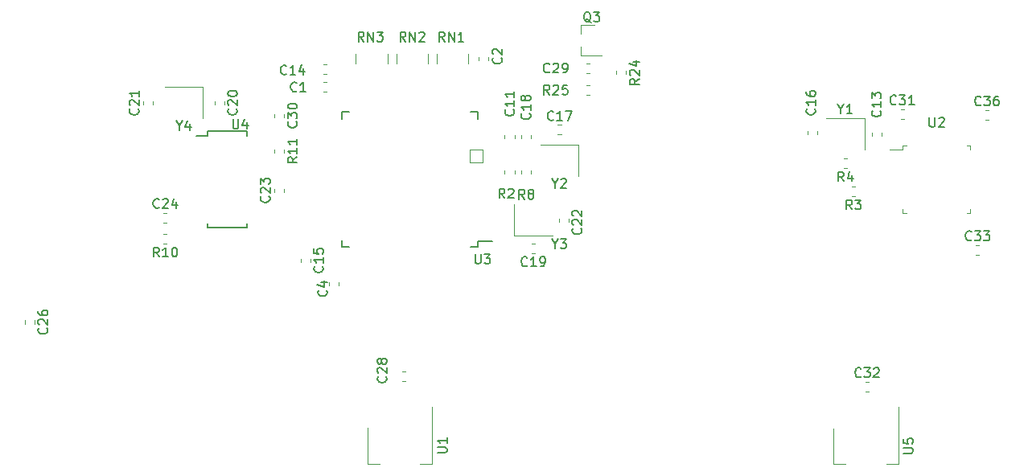
<source format=gbr>
G04 #@! TF.GenerationSoftware,KiCad,Pcbnew,(5.0.1)*
G04 #@! TF.CreationDate,2018-11-27T11:36:47+09:00*
G04 #@! TF.ProjectId,securehid,7365637572656869642E6B696361645F,rev?*
G04 #@! TF.SameCoordinates,Original*
G04 #@! TF.FileFunction,Legend,Top*
G04 #@! TF.FilePolarity,Positive*
%FSLAX46Y46*%
G04 Gerber Fmt 4.6, Leading zero omitted, Abs format (unit mm)*
G04 Created by KiCad (PCBNEW (5.0.1)) date Tue Nov 27 11:36:47 2018*
%MOMM*%
%LPD*%
G01*
G04 APERTURE LIST*
%ADD10C,0.120000*%
%ADD11C,0.150000*%
G04 APERTURE END LIST*
D10*
G04 #@! TO.C,C1*
X74971267Y-70690000D02*
X74628733Y-70690000D01*
X74971267Y-71710000D02*
X74628733Y-71710000D01*
G04 #@! TO.C,C2*
X90990000Y-68421267D02*
X90990000Y-68078733D01*
X92010000Y-68421267D02*
X92010000Y-68078733D01*
G04 #@! TO.C,C4*
X75240000Y-91828733D02*
X75240000Y-92171267D01*
X76260000Y-91828733D02*
X76260000Y-92171267D01*
G04 #@! TO.C,C11*
X94760000Y-76671267D02*
X94760000Y-76328733D01*
X93740000Y-76671267D02*
X93740000Y-76328733D01*
G04 #@! TO.C,C13*
X133410000Y-76371267D02*
X133410000Y-76028733D01*
X132390000Y-76371267D02*
X132390000Y-76028733D01*
G04 #@! TO.C,C14*
X74971267Y-69910000D02*
X74628733Y-69910000D01*
X74971267Y-68890000D02*
X74628733Y-68890000D01*
G04 #@! TO.C,C15*
X72240000Y-89328733D02*
X72240000Y-89671267D01*
X73260000Y-89328733D02*
X73260000Y-89671267D01*
G04 #@! TO.C,C16*
X126610000Y-75928733D02*
X126610000Y-76271267D01*
X125590000Y-75928733D02*
X125590000Y-76271267D01*
G04 #@! TO.C,C17*
X99328733Y-75240000D02*
X99671267Y-75240000D01*
X99328733Y-76260000D02*
X99671267Y-76260000D01*
G04 #@! TO.C,C18*
X95490000Y-76328733D02*
X95490000Y-76671267D01*
X96510000Y-76328733D02*
X96510000Y-76671267D01*
G04 #@! TO.C,C19*
X96921267Y-87740000D02*
X96578733Y-87740000D01*
X96921267Y-88760000D02*
X96578733Y-88760000D01*
G04 #@! TO.C,C20*
X63201221Y-72740795D02*
X63201221Y-73083329D01*
X64221221Y-72740795D02*
X64221221Y-73083329D01*
G04 #@! TO.C,C21*
X55701221Y-73083329D02*
X55701221Y-72740795D01*
X56721221Y-73083329D02*
X56721221Y-72740795D01*
G04 #@! TO.C,C22*
X99490000Y-85421267D02*
X99490000Y-85078733D01*
X100510000Y-85421267D02*
X100510000Y-85078733D01*
G04 #@! TO.C,C23*
X69490000Y-82296267D02*
X69490000Y-81953733D01*
X70510000Y-82296267D02*
X70510000Y-81953733D01*
G04 #@! TO.C,C24*
X57828733Y-85510000D02*
X58171267Y-85510000D01*
X57828733Y-84490000D02*
X58171267Y-84490000D01*
G04 #@! TO.C,C26*
X44260000Y-95828733D02*
X44260000Y-96171267D01*
X43240000Y-95828733D02*
X43240000Y-96171267D01*
G04 #@! TO.C,C28*
X83271267Y-102210000D02*
X82928733Y-102210000D01*
X83271267Y-101190000D02*
X82928733Y-101190000D01*
G04 #@! TO.C,C29*
X102678307Y-69822058D02*
X102335773Y-69822058D01*
X102678307Y-68802058D02*
X102335773Y-68802058D01*
G04 #@! TO.C,Q3*
X101747040Y-64732058D02*
X101747040Y-65662058D01*
X101747040Y-67892058D02*
X101747040Y-66962058D01*
X101747040Y-67892058D02*
X103907040Y-67892058D01*
X101747040Y-64732058D02*
X103207040Y-64732058D01*
G04 #@! TO.C,R2*
X94760000Y-80421267D02*
X94760000Y-80078733D01*
X93740000Y-80421267D02*
X93740000Y-80078733D01*
G04 #@! TO.C,R3*
X130621267Y-81740000D02*
X130278733Y-81740000D01*
X130621267Y-82760000D02*
X130278733Y-82760000D01*
G04 #@! TO.C,R4*
X129771267Y-79810000D02*
X129428733Y-79810000D01*
X129771267Y-78790000D02*
X129428733Y-78790000D01*
G04 #@! TO.C,R8*
X95490000Y-80421267D02*
X95490000Y-80078733D01*
X96510000Y-80421267D02*
X96510000Y-80078733D01*
G04 #@! TO.C,R10*
X58171267Y-87760000D02*
X57828733Y-87760000D01*
X58171267Y-86740000D02*
X57828733Y-86740000D01*
G04 #@! TO.C,R11*
X69490000Y-77828733D02*
X69490000Y-78171267D01*
X70510000Y-77828733D02*
X70510000Y-78171267D01*
G04 #@! TO.C,R24*
X106510000Y-69578733D02*
X106510000Y-69921267D01*
X105490000Y-69578733D02*
X105490000Y-69921267D01*
G04 #@! TO.C,R25*
X102335773Y-71052058D02*
X102678307Y-71052058D01*
X102335773Y-72072058D02*
X102678307Y-72072058D01*
G04 #@! TO.C,RN1*
X86570000Y-68750000D02*
X86570000Y-67750000D01*
X89930000Y-68750000D02*
X89930000Y-67750000D01*
G04 #@! TO.C,RN2*
X85680000Y-68750000D02*
X85680000Y-67750000D01*
X82320000Y-68750000D02*
X82320000Y-67750000D01*
G04 #@! TO.C,RN3*
X78070000Y-68750000D02*
X78070000Y-67750000D01*
X81430000Y-68750000D02*
X81430000Y-67750000D01*
G04 #@! TO.C,U1*
X79290000Y-110910000D02*
X80550000Y-110910000D01*
X86110000Y-110910000D02*
X84850000Y-110910000D01*
X79290000Y-107150000D02*
X79290000Y-110910000D01*
X86110000Y-104900000D02*
X86110000Y-110910000D01*
G04 #@! TO.C,U2*
X142760000Y-77440000D02*
X142760000Y-77860000D01*
X142760000Y-84560000D02*
X142760000Y-84140000D01*
X135640000Y-84560000D02*
X135640000Y-84140000D01*
X135640000Y-77440000D02*
X136060000Y-77440000D01*
X142760000Y-84560000D02*
X142340000Y-84560000D01*
X142760000Y-77440000D02*
X142340000Y-77440000D01*
X135640000Y-77860000D02*
X134260000Y-77860000D01*
X135640000Y-77440000D02*
X135640000Y-77860000D01*
X135640000Y-84560000D02*
X136060000Y-84560000D01*
D11*
G04 #@! TO.C,U3*
X90875000Y-88125000D02*
X90875000Y-87475000D01*
X76625000Y-88125000D02*
X76625000Y-87365000D01*
X76625000Y-73875000D02*
X76625000Y-74635000D01*
X90875000Y-73875000D02*
X90875000Y-74635000D01*
X90875000Y-88125000D02*
X90115000Y-88125000D01*
X90875000Y-73875000D02*
X90115000Y-73875000D01*
X76625000Y-73875000D02*
X77385000Y-73875000D01*
X76625000Y-88125000D02*
X77385000Y-88125000D01*
X90875000Y-87475000D02*
X92400000Y-87475000D01*
G04 #@! TO.C,U4*
X62425000Y-75920000D02*
X62425000Y-76400000D01*
X66575000Y-75920000D02*
X66575000Y-76400000D01*
X66575000Y-86080000D02*
X66575000Y-85600000D01*
X62425000Y-86080000D02*
X62425000Y-85600000D01*
X62425000Y-75920000D02*
X66575000Y-75920000D01*
X62425000Y-86080000D02*
X66575000Y-86080000D01*
X62425000Y-76400000D02*
X61300000Y-76400000D01*
D10*
G04 #@! TO.C,Y1*
X131600000Y-77850000D02*
X131600000Y-74550000D01*
X131600000Y-74550000D02*
X127600000Y-74550000D01*
G04 #@! TO.C,Y2*
X101500000Y-77350000D02*
X97500000Y-77350000D01*
X101500000Y-80650000D02*
X101500000Y-77350000D01*
G04 #@! TO.C,Y3*
X94750000Y-86900000D02*
X98750000Y-86900000D01*
X94750000Y-83600000D02*
X94750000Y-86900000D01*
G04 #@! TO.C,Y4*
X61961221Y-74562062D02*
X61961221Y-71262062D01*
X61961221Y-71262062D02*
X57961221Y-71262062D01*
G04 #@! TO.C,TP58*
X90050000Y-79200000D02*
X90050000Y-77800000D01*
X91450000Y-79200000D02*
X90050000Y-79200000D01*
X91450000Y-77800000D02*
X91450000Y-79200000D01*
X90050000Y-77800000D02*
X91450000Y-77800000D01*
G04 #@! TO.C,C30*
X70510000Y-74078733D02*
X70510000Y-74421267D01*
X69490000Y-74078733D02*
X69490000Y-74421267D01*
G04 #@! TO.C,C32*
X131703733Y-102290000D02*
X132046267Y-102290000D01*
X131703733Y-103310000D02*
X132046267Y-103310000D01*
G04 #@! TO.C,C33*
X143328733Y-87890000D02*
X143671267Y-87890000D01*
X143328733Y-88910000D02*
X143671267Y-88910000D01*
G04 #@! TO.C,U5*
X128340000Y-110960000D02*
X129600000Y-110960000D01*
X135160000Y-110960000D02*
X133900000Y-110960000D01*
X128340000Y-107200000D02*
X128340000Y-110960000D01*
X135160000Y-104950000D02*
X135160000Y-110960000D01*
G04 #@! TO.C,C31*
X135403733Y-73590000D02*
X135746267Y-73590000D01*
X135403733Y-74610000D02*
X135746267Y-74610000D01*
G04 #@! TO.C,C36*
X144328733Y-73690000D02*
X144671267Y-73690000D01*
X144328733Y-74710000D02*
X144671267Y-74710000D01*
G04 #@! TO.C,C1*
D11*
X71833333Y-71657142D02*
X71785714Y-71704761D01*
X71642857Y-71752380D01*
X71547619Y-71752380D01*
X71404761Y-71704761D01*
X71309523Y-71609523D01*
X71261904Y-71514285D01*
X71214285Y-71323809D01*
X71214285Y-71180952D01*
X71261904Y-70990476D01*
X71309523Y-70895238D01*
X71404761Y-70800000D01*
X71547619Y-70752380D01*
X71642857Y-70752380D01*
X71785714Y-70800000D01*
X71833333Y-70847619D01*
X72785714Y-71752380D02*
X72214285Y-71752380D01*
X72500000Y-71752380D02*
X72500000Y-70752380D01*
X72404761Y-70895238D01*
X72309523Y-70990476D01*
X72214285Y-71038095D01*
G04 #@! TO.C,C2*
X93357142Y-68166666D02*
X93404761Y-68214285D01*
X93452380Y-68357142D01*
X93452380Y-68452380D01*
X93404761Y-68595238D01*
X93309523Y-68690476D01*
X93214285Y-68738095D01*
X93023809Y-68785714D01*
X92880952Y-68785714D01*
X92690476Y-68738095D01*
X92595238Y-68690476D01*
X92500000Y-68595238D01*
X92452380Y-68452380D01*
X92452380Y-68357142D01*
X92500000Y-68214285D01*
X92547619Y-68166666D01*
X92547619Y-67785714D02*
X92500000Y-67738095D01*
X92452380Y-67642857D01*
X92452380Y-67404761D01*
X92500000Y-67309523D01*
X92547619Y-67261904D01*
X92642857Y-67214285D01*
X92738095Y-67214285D01*
X92880952Y-67261904D01*
X93452380Y-67833333D01*
X93452380Y-67214285D01*
G04 #@! TO.C,C4*
X74957142Y-92666666D02*
X75004761Y-92714285D01*
X75052380Y-92857142D01*
X75052380Y-92952380D01*
X75004761Y-93095238D01*
X74909523Y-93190476D01*
X74814285Y-93238095D01*
X74623809Y-93285714D01*
X74480952Y-93285714D01*
X74290476Y-93238095D01*
X74195238Y-93190476D01*
X74100000Y-93095238D01*
X74052380Y-92952380D01*
X74052380Y-92857142D01*
X74100000Y-92714285D01*
X74147619Y-92666666D01*
X74385714Y-91809523D02*
X75052380Y-91809523D01*
X74004761Y-92047619D02*
X74719047Y-92285714D01*
X74719047Y-91666666D01*
G04 #@! TO.C,C11*
X94657142Y-73642857D02*
X94704761Y-73690476D01*
X94752380Y-73833333D01*
X94752380Y-73928571D01*
X94704761Y-74071428D01*
X94609523Y-74166666D01*
X94514285Y-74214285D01*
X94323809Y-74261904D01*
X94180952Y-74261904D01*
X93990476Y-74214285D01*
X93895238Y-74166666D01*
X93800000Y-74071428D01*
X93752380Y-73928571D01*
X93752380Y-73833333D01*
X93800000Y-73690476D01*
X93847619Y-73642857D01*
X94752380Y-72690476D02*
X94752380Y-73261904D01*
X94752380Y-72976190D02*
X93752380Y-72976190D01*
X93895238Y-73071428D01*
X93990476Y-73166666D01*
X94038095Y-73261904D01*
X94752380Y-71738095D02*
X94752380Y-72309523D01*
X94752380Y-72023809D02*
X93752380Y-72023809D01*
X93895238Y-72119047D01*
X93990476Y-72214285D01*
X94038095Y-72309523D01*
G04 #@! TO.C,C13*
X133257142Y-73742857D02*
X133304761Y-73790476D01*
X133352380Y-73933333D01*
X133352380Y-74028571D01*
X133304761Y-74171428D01*
X133209523Y-74266666D01*
X133114285Y-74314285D01*
X132923809Y-74361904D01*
X132780952Y-74361904D01*
X132590476Y-74314285D01*
X132495238Y-74266666D01*
X132400000Y-74171428D01*
X132352380Y-74028571D01*
X132352380Y-73933333D01*
X132400000Y-73790476D01*
X132447619Y-73742857D01*
X133352380Y-72790476D02*
X133352380Y-73361904D01*
X133352380Y-73076190D02*
X132352380Y-73076190D01*
X132495238Y-73171428D01*
X132590476Y-73266666D01*
X132638095Y-73361904D01*
X132352380Y-72457142D02*
X132352380Y-71838095D01*
X132733333Y-72171428D01*
X132733333Y-72028571D01*
X132780952Y-71933333D01*
X132828571Y-71885714D01*
X132923809Y-71838095D01*
X133161904Y-71838095D01*
X133257142Y-71885714D01*
X133304761Y-71933333D01*
X133352380Y-72028571D01*
X133352380Y-72314285D01*
X133304761Y-72409523D01*
X133257142Y-72457142D01*
G04 #@! TO.C,C14*
X70757142Y-69857142D02*
X70709523Y-69904761D01*
X70566666Y-69952380D01*
X70471428Y-69952380D01*
X70328571Y-69904761D01*
X70233333Y-69809523D01*
X70185714Y-69714285D01*
X70138095Y-69523809D01*
X70138095Y-69380952D01*
X70185714Y-69190476D01*
X70233333Y-69095238D01*
X70328571Y-69000000D01*
X70471428Y-68952380D01*
X70566666Y-68952380D01*
X70709523Y-69000000D01*
X70757142Y-69047619D01*
X71709523Y-69952380D02*
X71138095Y-69952380D01*
X71423809Y-69952380D02*
X71423809Y-68952380D01*
X71328571Y-69095238D01*
X71233333Y-69190476D01*
X71138095Y-69238095D01*
X72566666Y-69285714D02*
X72566666Y-69952380D01*
X72328571Y-68904761D02*
X72090476Y-69619047D01*
X72709523Y-69619047D01*
G04 #@! TO.C,C15*
X74537142Y-90142857D02*
X74584761Y-90190476D01*
X74632380Y-90333333D01*
X74632380Y-90428571D01*
X74584761Y-90571428D01*
X74489523Y-90666666D01*
X74394285Y-90714285D01*
X74203809Y-90761904D01*
X74060952Y-90761904D01*
X73870476Y-90714285D01*
X73775238Y-90666666D01*
X73680000Y-90571428D01*
X73632380Y-90428571D01*
X73632380Y-90333333D01*
X73680000Y-90190476D01*
X73727619Y-90142857D01*
X74632380Y-89190476D02*
X74632380Y-89761904D01*
X74632380Y-89476190D02*
X73632380Y-89476190D01*
X73775238Y-89571428D01*
X73870476Y-89666666D01*
X73918095Y-89761904D01*
X73632380Y-88285714D02*
X73632380Y-88761904D01*
X74108571Y-88809523D01*
X74060952Y-88761904D01*
X74013333Y-88666666D01*
X74013333Y-88428571D01*
X74060952Y-88333333D01*
X74108571Y-88285714D01*
X74203809Y-88238095D01*
X74441904Y-88238095D01*
X74537142Y-88285714D01*
X74584761Y-88333333D01*
X74632380Y-88428571D01*
X74632380Y-88666666D01*
X74584761Y-88761904D01*
X74537142Y-88809523D01*
G04 #@! TO.C,C16*
X126357142Y-73542857D02*
X126404761Y-73590476D01*
X126452380Y-73733333D01*
X126452380Y-73828571D01*
X126404761Y-73971428D01*
X126309523Y-74066666D01*
X126214285Y-74114285D01*
X126023809Y-74161904D01*
X125880952Y-74161904D01*
X125690476Y-74114285D01*
X125595238Y-74066666D01*
X125500000Y-73971428D01*
X125452380Y-73828571D01*
X125452380Y-73733333D01*
X125500000Y-73590476D01*
X125547619Y-73542857D01*
X126452380Y-72590476D02*
X126452380Y-73161904D01*
X126452380Y-72876190D02*
X125452380Y-72876190D01*
X125595238Y-72971428D01*
X125690476Y-73066666D01*
X125738095Y-73161904D01*
X125452380Y-71733333D02*
X125452380Y-71923809D01*
X125500000Y-72019047D01*
X125547619Y-72066666D01*
X125690476Y-72161904D01*
X125880952Y-72209523D01*
X126261904Y-72209523D01*
X126357142Y-72161904D01*
X126404761Y-72114285D01*
X126452380Y-72019047D01*
X126452380Y-71828571D01*
X126404761Y-71733333D01*
X126357142Y-71685714D01*
X126261904Y-71638095D01*
X126023809Y-71638095D01*
X125928571Y-71685714D01*
X125880952Y-71733333D01*
X125833333Y-71828571D01*
X125833333Y-72019047D01*
X125880952Y-72114285D01*
X125928571Y-72161904D01*
X126023809Y-72209523D01*
G04 #@! TO.C,C17*
X98857142Y-74677142D02*
X98809523Y-74724761D01*
X98666666Y-74772380D01*
X98571428Y-74772380D01*
X98428571Y-74724761D01*
X98333333Y-74629523D01*
X98285714Y-74534285D01*
X98238095Y-74343809D01*
X98238095Y-74200952D01*
X98285714Y-74010476D01*
X98333333Y-73915238D01*
X98428571Y-73820000D01*
X98571428Y-73772380D01*
X98666666Y-73772380D01*
X98809523Y-73820000D01*
X98857142Y-73867619D01*
X99809523Y-74772380D02*
X99238095Y-74772380D01*
X99523809Y-74772380D02*
X99523809Y-73772380D01*
X99428571Y-73915238D01*
X99333333Y-74010476D01*
X99238095Y-74058095D01*
X100142857Y-73772380D02*
X100809523Y-73772380D01*
X100380952Y-74772380D01*
G04 #@! TO.C,C18*
X96357142Y-74042857D02*
X96404761Y-74090476D01*
X96452380Y-74233333D01*
X96452380Y-74328571D01*
X96404761Y-74471428D01*
X96309523Y-74566666D01*
X96214285Y-74614285D01*
X96023809Y-74661904D01*
X95880952Y-74661904D01*
X95690476Y-74614285D01*
X95595238Y-74566666D01*
X95500000Y-74471428D01*
X95452380Y-74328571D01*
X95452380Y-74233333D01*
X95500000Y-74090476D01*
X95547619Y-74042857D01*
X96452380Y-73090476D02*
X96452380Y-73661904D01*
X96452380Y-73376190D02*
X95452380Y-73376190D01*
X95595238Y-73471428D01*
X95690476Y-73566666D01*
X95738095Y-73661904D01*
X95880952Y-72519047D02*
X95833333Y-72614285D01*
X95785714Y-72661904D01*
X95690476Y-72709523D01*
X95642857Y-72709523D01*
X95547619Y-72661904D01*
X95500000Y-72614285D01*
X95452380Y-72519047D01*
X95452380Y-72328571D01*
X95500000Y-72233333D01*
X95547619Y-72185714D01*
X95642857Y-72138095D01*
X95690476Y-72138095D01*
X95785714Y-72185714D01*
X95833333Y-72233333D01*
X95880952Y-72328571D01*
X95880952Y-72519047D01*
X95928571Y-72614285D01*
X95976190Y-72661904D01*
X96071428Y-72709523D01*
X96261904Y-72709523D01*
X96357142Y-72661904D01*
X96404761Y-72614285D01*
X96452380Y-72519047D01*
X96452380Y-72328571D01*
X96404761Y-72233333D01*
X96357142Y-72185714D01*
X96261904Y-72138095D01*
X96071428Y-72138095D01*
X95976190Y-72185714D01*
X95928571Y-72233333D01*
X95880952Y-72328571D01*
G04 #@! TO.C,C19*
X96107142Y-90037142D02*
X96059523Y-90084761D01*
X95916666Y-90132380D01*
X95821428Y-90132380D01*
X95678571Y-90084761D01*
X95583333Y-89989523D01*
X95535714Y-89894285D01*
X95488095Y-89703809D01*
X95488095Y-89560952D01*
X95535714Y-89370476D01*
X95583333Y-89275238D01*
X95678571Y-89180000D01*
X95821428Y-89132380D01*
X95916666Y-89132380D01*
X96059523Y-89180000D01*
X96107142Y-89227619D01*
X97059523Y-90132380D02*
X96488095Y-90132380D01*
X96773809Y-90132380D02*
X96773809Y-89132380D01*
X96678571Y-89275238D01*
X96583333Y-89370476D01*
X96488095Y-89418095D01*
X97535714Y-90132380D02*
X97726190Y-90132380D01*
X97821428Y-90084761D01*
X97869047Y-90037142D01*
X97964285Y-89894285D01*
X98011904Y-89703809D01*
X98011904Y-89322857D01*
X97964285Y-89227619D01*
X97916666Y-89180000D01*
X97821428Y-89132380D01*
X97630952Y-89132380D01*
X97535714Y-89180000D01*
X97488095Y-89227619D01*
X97440476Y-89322857D01*
X97440476Y-89560952D01*
X97488095Y-89656190D01*
X97535714Y-89703809D01*
X97630952Y-89751428D01*
X97821428Y-89751428D01*
X97916666Y-89703809D01*
X97964285Y-89656190D01*
X98011904Y-89560952D01*
G04 #@! TO.C,C20*
X65498363Y-73554919D02*
X65545982Y-73602538D01*
X65593601Y-73745395D01*
X65593601Y-73840633D01*
X65545982Y-73983490D01*
X65450744Y-74078728D01*
X65355506Y-74126347D01*
X65165030Y-74173966D01*
X65022173Y-74173966D01*
X64831697Y-74126347D01*
X64736459Y-74078728D01*
X64641221Y-73983490D01*
X64593601Y-73840633D01*
X64593601Y-73745395D01*
X64641221Y-73602538D01*
X64688840Y-73554919D01*
X64688840Y-73173966D02*
X64641221Y-73126347D01*
X64593601Y-73031109D01*
X64593601Y-72793014D01*
X64641221Y-72697776D01*
X64688840Y-72650157D01*
X64784078Y-72602538D01*
X64879316Y-72602538D01*
X65022173Y-72650157D01*
X65593601Y-73221585D01*
X65593601Y-72602538D01*
X64593601Y-71983490D02*
X64593601Y-71888252D01*
X64641221Y-71793014D01*
X64688840Y-71745395D01*
X64784078Y-71697776D01*
X64974554Y-71650157D01*
X65212649Y-71650157D01*
X65403125Y-71697776D01*
X65498363Y-71745395D01*
X65545982Y-71793014D01*
X65593601Y-71888252D01*
X65593601Y-71983490D01*
X65545982Y-72078728D01*
X65498363Y-72126347D01*
X65403125Y-72173966D01*
X65212649Y-72221585D01*
X64974554Y-72221585D01*
X64784078Y-72173966D01*
X64688840Y-72126347D01*
X64641221Y-72078728D01*
X64593601Y-71983490D01*
G04 #@! TO.C,C21*
X55138363Y-73554919D02*
X55185982Y-73602538D01*
X55233601Y-73745395D01*
X55233601Y-73840633D01*
X55185982Y-73983490D01*
X55090744Y-74078728D01*
X54995506Y-74126347D01*
X54805030Y-74173966D01*
X54662173Y-74173966D01*
X54471697Y-74126347D01*
X54376459Y-74078728D01*
X54281221Y-73983490D01*
X54233601Y-73840633D01*
X54233601Y-73745395D01*
X54281221Y-73602538D01*
X54328840Y-73554919D01*
X54328840Y-73173966D02*
X54281221Y-73126347D01*
X54233601Y-73031109D01*
X54233601Y-72793014D01*
X54281221Y-72697776D01*
X54328840Y-72650157D01*
X54424078Y-72602538D01*
X54519316Y-72602538D01*
X54662173Y-72650157D01*
X55233601Y-73221585D01*
X55233601Y-72602538D01*
X55233601Y-71650157D02*
X55233601Y-72221585D01*
X55233601Y-71935871D02*
X54233601Y-71935871D01*
X54376459Y-72031109D01*
X54471697Y-72126347D01*
X54519316Y-72221585D01*
G04 #@! TO.C,C22*
X101757142Y-86142857D02*
X101804761Y-86190476D01*
X101852380Y-86333333D01*
X101852380Y-86428571D01*
X101804761Y-86571428D01*
X101709523Y-86666666D01*
X101614285Y-86714285D01*
X101423809Y-86761904D01*
X101280952Y-86761904D01*
X101090476Y-86714285D01*
X100995238Y-86666666D01*
X100900000Y-86571428D01*
X100852380Y-86428571D01*
X100852380Y-86333333D01*
X100900000Y-86190476D01*
X100947619Y-86142857D01*
X100947619Y-85761904D02*
X100900000Y-85714285D01*
X100852380Y-85619047D01*
X100852380Y-85380952D01*
X100900000Y-85285714D01*
X100947619Y-85238095D01*
X101042857Y-85190476D01*
X101138095Y-85190476D01*
X101280952Y-85238095D01*
X101852380Y-85809523D01*
X101852380Y-85190476D01*
X100947619Y-84809523D02*
X100900000Y-84761904D01*
X100852380Y-84666666D01*
X100852380Y-84428571D01*
X100900000Y-84333333D01*
X100947619Y-84285714D01*
X101042857Y-84238095D01*
X101138095Y-84238095D01*
X101280952Y-84285714D01*
X101852380Y-84857142D01*
X101852380Y-84238095D01*
G04 #@! TO.C,C23*
X68927142Y-82767857D02*
X68974761Y-82815476D01*
X69022380Y-82958333D01*
X69022380Y-83053571D01*
X68974761Y-83196428D01*
X68879523Y-83291666D01*
X68784285Y-83339285D01*
X68593809Y-83386904D01*
X68450952Y-83386904D01*
X68260476Y-83339285D01*
X68165238Y-83291666D01*
X68070000Y-83196428D01*
X68022380Y-83053571D01*
X68022380Y-82958333D01*
X68070000Y-82815476D01*
X68117619Y-82767857D01*
X68117619Y-82386904D02*
X68070000Y-82339285D01*
X68022380Y-82244047D01*
X68022380Y-82005952D01*
X68070000Y-81910714D01*
X68117619Y-81863095D01*
X68212857Y-81815476D01*
X68308095Y-81815476D01*
X68450952Y-81863095D01*
X69022380Y-82434523D01*
X69022380Y-81815476D01*
X68022380Y-81482142D02*
X68022380Y-80863095D01*
X68403333Y-81196428D01*
X68403333Y-81053571D01*
X68450952Y-80958333D01*
X68498571Y-80910714D01*
X68593809Y-80863095D01*
X68831904Y-80863095D01*
X68927142Y-80910714D01*
X68974761Y-80958333D01*
X69022380Y-81053571D01*
X69022380Y-81339285D01*
X68974761Y-81434523D01*
X68927142Y-81482142D01*
G04 #@! TO.C,C24*
X57357142Y-83927142D02*
X57309523Y-83974761D01*
X57166666Y-84022380D01*
X57071428Y-84022380D01*
X56928571Y-83974761D01*
X56833333Y-83879523D01*
X56785714Y-83784285D01*
X56738095Y-83593809D01*
X56738095Y-83450952D01*
X56785714Y-83260476D01*
X56833333Y-83165238D01*
X56928571Y-83070000D01*
X57071428Y-83022380D01*
X57166666Y-83022380D01*
X57309523Y-83070000D01*
X57357142Y-83117619D01*
X57738095Y-83117619D02*
X57785714Y-83070000D01*
X57880952Y-83022380D01*
X58119047Y-83022380D01*
X58214285Y-83070000D01*
X58261904Y-83117619D01*
X58309523Y-83212857D01*
X58309523Y-83308095D01*
X58261904Y-83450952D01*
X57690476Y-84022380D01*
X58309523Y-84022380D01*
X59166666Y-83355714D02*
X59166666Y-84022380D01*
X58928571Y-82974761D02*
X58690476Y-83689047D01*
X59309523Y-83689047D01*
G04 #@! TO.C,C26*
X45537142Y-96642857D02*
X45584761Y-96690476D01*
X45632380Y-96833333D01*
X45632380Y-96928571D01*
X45584761Y-97071428D01*
X45489523Y-97166666D01*
X45394285Y-97214285D01*
X45203809Y-97261904D01*
X45060952Y-97261904D01*
X44870476Y-97214285D01*
X44775238Y-97166666D01*
X44680000Y-97071428D01*
X44632380Y-96928571D01*
X44632380Y-96833333D01*
X44680000Y-96690476D01*
X44727619Y-96642857D01*
X44727619Y-96261904D02*
X44680000Y-96214285D01*
X44632380Y-96119047D01*
X44632380Y-95880952D01*
X44680000Y-95785714D01*
X44727619Y-95738095D01*
X44822857Y-95690476D01*
X44918095Y-95690476D01*
X45060952Y-95738095D01*
X45632380Y-96309523D01*
X45632380Y-95690476D01*
X44632380Y-94833333D02*
X44632380Y-95023809D01*
X44680000Y-95119047D01*
X44727619Y-95166666D01*
X44870476Y-95261904D01*
X45060952Y-95309523D01*
X45441904Y-95309523D01*
X45537142Y-95261904D01*
X45584761Y-95214285D01*
X45632380Y-95119047D01*
X45632380Y-94928571D01*
X45584761Y-94833333D01*
X45537142Y-94785714D01*
X45441904Y-94738095D01*
X45203809Y-94738095D01*
X45108571Y-94785714D01*
X45060952Y-94833333D01*
X45013333Y-94928571D01*
X45013333Y-95119047D01*
X45060952Y-95214285D01*
X45108571Y-95261904D01*
X45203809Y-95309523D01*
G04 #@! TO.C,C28*
X81227142Y-101742857D02*
X81274761Y-101790476D01*
X81322380Y-101933333D01*
X81322380Y-102028571D01*
X81274761Y-102171428D01*
X81179523Y-102266666D01*
X81084285Y-102314285D01*
X80893809Y-102361904D01*
X80750952Y-102361904D01*
X80560476Y-102314285D01*
X80465238Y-102266666D01*
X80370000Y-102171428D01*
X80322380Y-102028571D01*
X80322380Y-101933333D01*
X80370000Y-101790476D01*
X80417619Y-101742857D01*
X80417619Y-101361904D02*
X80370000Y-101314285D01*
X80322380Y-101219047D01*
X80322380Y-100980952D01*
X80370000Y-100885714D01*
X80417619Y-100838095D01*
X80512857Y-100790476D01*
X80608095Y-100790476D01*
X80750952Y-100838095D01*
X81322380Y-101409523D01*
X81322380Y-100790476D01*
X80750952Y-100219047D02*
X80703333Y-100314285D01*
X80655714Y-100361904D01*
X80560476Y-100409523D01*
X80512857Y-100409523D01*
X80417619Y-100361904D01*
X80370000Y-100314285D01*
X80322380Y-100219047D01*
X80322380Y-100028571D01*
X80370000Y-99933333D01*
X80417619Y-99885714D01*
X80512857Y-99838095D01*
X80560476Y-99838095D01*
X80655714Y-99885714D01*
X80703333Y-99933333D01*
X80750952Y-100028571D01*
X80750952Y-100219047D01*
X80798571Y-100314285D01*
X80846190Y-100361904D01*
X80941428Y-100409523D01*
X81131904Y-100409523D01*
X81227142Y-100361904D01*
X81274761Y-100314285D01*
X81322380Y-100219047D01*
X81322380Y-100028571D01*
X81274761Y-99933333D01*
X81227142Y-99885714D01*
X81131904Y-99838095D01*
X80941428Y-99838095D01*
X80846190Y-99885714D01*
X80798571Y-99933333D01*
X80750952Y-100028571D01*
G04 #@! TO.C,C29*
X98457142Y-69657142D02*
X98409523Y-69704761D01*
X98266666Y-69752380D01*
X98171428Y-69752380D01*
X98028571Y-69704761D01*
X97933333Y-69609523D01*
X97885714Y-69514285D01*
X97838095Y-69323809D01*
X97838095Y-69180952D01*
X97885714Y-68990476D01*
X97933333Y-68895238D01*
X98028571Y-68800000D01*
X98171428Y-68752380D01*
X98266666Y-68752380D01*
X98409523Y-68800000D01*
X98457142Y-68847619D01*
X98838095Y-68847619D02*
X98885714Y-68800000D01*
X98980952Y-68752380D01*
X99219047Y-68752380D01*
X99314285Y-68800000D01*
X99361904Y-68847619D01*
X99409523Y-68942857D01*
X99409523Y-69038095D01*
X99361904Y-69180952D01*
X98790476Y-69752380D01*
X99409523Y-69752380D01*
X99885714Y-69752380D02*
X100076190Y-69752380D01*
X100171428Y-69704761D01*
X100219047Y-69657142D01*
X100314285Y-69514285D01*
X100361904Y-69323809D01*
X100361904Y-68942857D01*
X100314285Y-68847619D01*
X100266666Y-68800000D01*
X100171428Y-68752380D01*
X99980952Y-68752380D01*
X99885714Y-68800000D01*
X99838095Y-68847619D01*
X99790476Y-68942857D01*
X99790476Y-69180952D01*
X99838095Y-69276190D01*
X99885714Y-69323809D01*
X99980952Y-69371428D01*
X100171428Y-69371428D01*
X100266666Y-69323809D01*
X100314285Y-69276190D01*
X100361904Y-69180952D01*
G04 #@! TO.C,Q3*
X102804761Y-64447619D02*
X102709523Y-64400000D01*
X102614285Y-64304761D01*
X102471428Y-64161904D01*
X102376190Y-64114285D01*
X102280952Y-64114285D01*
X102328571Y-64352380D02*
X102233333Y-64304761D01*
X102138095Y-64209523D01*
X102090476Y-64019047D01*
X102090476Y-63685714D01*
X102138095Y-63495238D01*
X102233333Y-63400000D01*
X102328571Y-63352380D01*
X102519047Y-63352380D01*
X102614285Y-63400000D01*
X102709523Y-63495238D01*
X102757142Y-63685714D01*
X102757142Y-64019047D01*
X102709523Y-64209523D01*
X102614285Y-64304761D01*
X102519047Y-64352380D01*
X102328571Y-64352380D01*
X103090476Y-63352380D02*
X103709523Y-63352380D01*
X103376190Y-63733333D01*
X103519047Y-63733333D01*
X103614285Y-63780952D01*
X103661904Y-63828571D01*
X103709523Y-63923809D01*
X103709523Y-64161904D01*
X103661904Y-64257142D01*
X103614285Y-64304761D01*
X103519047Y-64352380D01*
X103233333Y-64352380D01*
X103138095Y-64304761D01*
X103090476Y-64257142D01*
G04 #@! TO.C,R2*
X93733333Y-82952380D02*
X93400000Y-82476190D01*
X93161904Y-82952380D02*
X93161904Y-81952380D01*
X93542857Y-81952380D01*
X93638095Y-82000000D01*
X93685714Y-82047619D01*
X93733333Y-82142857D01*
X93733333Y-82285714D01*
X93685714Y-82380952D01*
X93638095Y-82428571D01*
X93542857Y-82476190D01*
X93161904Y-82476190D01*
X94114285Y-82047619D02*
X94161904Y-82000000D01*
X94257142Y-81952380D01*
X94495238Y-81952380D01*
X94590476Y-82000000D01*
X94638095Y-82047619D01*
X94685714Y-82142857D01*
X94685714Y-82238095D01*
X94638095Y-82380952D01*
X94066666Y-82952380D01*
X94685714Y-82952380D01*
G04 #@! TO.C,R3*
X130283333Y-84132380D02*
X129950000Y-83656190D01*
X129711904Y-84132380D02*
X129711904Y-83132380D01*
X130092857Y-83132380D01*
X130188095Y-83180000D01*
X130235714Y-83227619D01*
X130283333Y-83322857D01*
X130283333Y-83465714D01*
X130235714Y-83560952D01*
X130188095Y-83608571D01*
X130092857Y-83656190D01*
X129711904Y-83656190D01*
X130616666Y-83132380D02*
X131235714Y-83132380D01*
X130902380Y-83513333D01*
X131045238Y-83513333D01*
X131140476Y-83560952D01*
X131188095Y-83608571D01*
X131235714Y-83703809D01*
X131235714Y-83941904D01*
X131188095Y-84037142D01*
X131140476Y-84084761D01*
X131045238Y-84132380D01*
X130759523Y-84132380D01*
X130664285Y-84084761D01*
X130616666Y-84037142D01*
G04 #@! TO.C,R4*
X129433333Y-81182380D02*
X129100000Y-80706190D01*
X128861904Y-81182380D02*
X128861904Y-80182380D01*
X129242857Y-80182380D01*
X129338095Y-80230000D01*
X129385714Y-80277619D01*
X129433333Y-80372857D01*
X129433333Y-80515714D01*
X129385714Y-80610952D01*
X129338095Y-80658571D01*
X129242857Y-80706190D01*
X128861904Y-80706190D01*
X130290476Y-80515714D02*
X130290476Y-81182380D01*
X130052380Y-80134761D02*
X129814285Y-80849047D01*
X130433333Y-80849047D01*
G04 #@! TO.C,R8*
X95833333Y-83052380D02*
X95500000Y-82576190D01*
X95261904Y-83052380D02*
X95261904Y-82052380D01*
X95642857Y-82052380D01*
X95738095Y-82100000D01*
X95785714Y-82147619D01*
X95833333Y-82242857D01*
X95833333Y-82385714D01*
X95785714Y-82480952D01*
X95738095Y-82528571D01*
X95642857Y-82576190D01*
X95261904Y-82576190D01*
X96404761Y-82480952D02*
X96309523Y-82433333D01*
X96261904Y-82385714D01*
X96214285Y-82290476D01*
X96214285Y-82242857D01*
X96261904Y-82147619D01*
X96309523Y-82100000D01*
X96404761Y-82052380D01*
X96595238Y-82052380D01*
X96690476Y-82100000D01*
X96738095Y-82147619D01*
X96785714Y-82242857D01*
X96785714Y-82290476D01*
X96738095Y-82385714D01*
X96690476Y-82433333D01*
X96595238Y-82480952D01*
X96404761Y-82480952D01*
X96309523Y-82528571D01*
X96261904Y-82576190D01*
X96214285Y-82671428D01*
X96214285Y-82861904D01*
X96261904Y-82957142D01*
X96309523Y-83004761D01*
X96404761Y-83052380D01*
X96595238Y-83052380D01*
X96690476Y-83004761D01*
X96738095Y-82957142D01*
X96785714Y-82861904D01*
X96785714Y-82671428D01*
X96738095Y-82576190D01*
X96690476Y-82528571D01*
X96595238Y-82480952D01*
G04 #@! TO.C,R10*
X57357142Y-89132380D02*
X57023809Y-88656190D01*
X56785714Y-89132380D02*
X56785714Y-88132380D01*
X57166666Y-88132380D01*
X57261904Y-88180000D01*
X57309523Y-88227619D01*
X57357142Y-88322857D01*
X57357142Y-88465714D01*
X57309523Y-88560952D01*
X57261904Y-88608571D01*
X57166666Y-88656190D01*
X56785714Y-88656190D01*
X58309523Y-89132380D02*
X57738095Y-89132380D01*
X58023809Y-89132380D02*
X58023809Y-88132380D01*
X57928571Y-88275238D01*
X57833333Y-88370476D01*
X57738095Y-88418095D01*
X58928571Y-88132380D02*
X59023809Y-88132380D01*
X59119047Y-88180000D01*
X59166666Y-88227619D01*
X59214285Y-88322857D01*
X59261904Y-88513333D01*
X59261904Y-88751428D01*
X59214285Y-88941904D01*
X59166666Y-89037142D01*
X59119047Y-89084761D01*
X59023809Y-89132380D01*
X58928571Y-89132380D01*
X58833333Y-89084761D01*
X58785714Y-89037142D01*
X58738095Y-88941904D01*
X58690476Y-88751428D01*
X58690476Y-88513333D01*
X58738095Y-88322857D01*
X58785714Y-88227619D01*
X58833333Y-88180000D01*
X58928571Y-88132380D01*
G04 #@! TO.C,R11*
X71882380Y-78642857D02*
X71406190Y-78976190D01*
X71882380Y-79214285D02*
X70882380Y-79214285D01*
X70882380Y-78833333D01*
X70930000Y-78738095D01*
X70977619Y-78690476D01*
X71072857Y-78642857D01*
X71215714Y-78642857D01*
X71310952Y-78690476D01*
X71358571Y-78738095D01*
X71406190Y-78833333D01*
X71406190Y-79214285D01*
X71882380Y-77690476D02*
X71882380Y-78261904D01*
X71882380Y-77976190D02*
X70882380Y-77976190D01*
X71025238Y-78071428D01*
X71120476Y-78166666D01*
X71168095Y-78261904D01*
X71882380Y-76738095D02*
X71882380Y-77309523D01*
X71882380Y-77023809D02*
X70882380Y-77023809D01*
X71025238Y-77119047D01*
X71120476Y-77214285D01*
X71168095Y-77309523D01*
G04 #@! TO.C,R24*
X107882380Y-70392857D02*
X107406190Y-70726190D01*
X107882380Y-70964285D02*
X106882380Y-70964285D01*
X106882380Y-70583333D01*
X106930000Y-70488095D01*
X106977619Y-70440476D01*
X107072857Y-70392857D01*
X107215714Y-70392857D01*
X107310952Y-70440476D01*
X107358571Y-70488095D01*
X107406190Y-70583333D01*
X107406190Y-70964285D01*
X106977619Y-70011904D02*
X106930000Y-69964285D01*
X106882380Y-69869047D01*
X106882380Y-69630952D01*
X106930000Y-69535714D01*
X106977619Y-69488095D01*
X107072857Y-69440476D01*
X107168095Y-69440476D01*
X107310952Y-69488095D01*
X107882380Y-70059523D01*
X107882380Y-69440476D01*
X107215714Y-68583333D02*
X107882380Y-68583333D01*
X106834761Y-68821428D02*
X107549047Y-69059523D01*
X107549047Y-68440476D01*
G04 #@! TO.C,R25*
X98457142Y-72052380D02*
X98123809Y-71576190D01*
X97885714Y-72052380D02*
X97885714Y-71052380D01*
X98266666Y-71052380D01*
X98361904Y-71100000D01*
X98409523Y-71147619D01*
X98457142Y-71242857D01*
X98457142Y-71385714D01*
X98409523Y-71480952D01*
X98361904Y-71528571D01*
X98266666Y-71576190D01*
X97885714Y-71576190D01*
X98838095Y-71147619D02*
X98885714Y-71100000D01*
X98980952Y-71052380D01*
X99219047Y-71052380D01*
X99314285Y-71100000D01*
X99361904Y-71147619D01*
X99409523Y-71242857D01*
X99409523Y-71338095D01*
X99361904Y-71480952D01*
X98790476Y-72052380D01*
X99409523Y-72052380D01*
X100314285Y-71052380D02*
X99838095Y-71052380D01*
X99790476Y-71528571D01*
X99838095Y-71480952D01*
X99933333Y-71433333D01*
X100171428Y-71433333D01*
X100266666Y-71480952D01*
X100314285Y-71528571D01*
X100361904Y-71623809D01*
X100361904Y-71861904D01*
X100314285Y-71957142D01*
X100266666Y-72004761D01*
X100171428Y-72052380D01*
X99933333Y-72052380D01*
X99838095Y-72004761D01*
X99790476Y-71957142D01*
G04 #@! TO.C,RN1*
X87409523Y-66452380D02*
X87076190Y-65976190D01*
X86838095Y-66452380D02*
X86838095Y-65452380D01*
X87219047Y-65452380D01*
X87314285Y-65500000D01*
X87361904Y-65547619D01*
X87409523Y-65642857D01*
X87409523Y-65785714D01*
X87361904Y-65880952D01*
X87314285Y-65928571D01*
X87219047Y-65976190D01*
X86838095Y-65976190D01*
X87838095Y-66452380D02*
X87838095Y-65452380D01*
X88409523Y-66452380D01*
X88409523Y-65452380D01*
X89409523Y-66452380D02*
X88838095Y-66452380D01*
X89123809Y-66452380D02*
X89123809Y-65452380D01*
X89028571Y-65595238D01*
X88933333Y-65690476D01*
X88838095Y-65738095D01*
G04 #@! TO.C,RN2*
X83309523Y-66452380D02*
X82976190Y-65976190D01*
X82738095Y-66452380D02*
X82738095Y-65452380D01*
X83119047Y-65452380D01*
X83214285Y-65500000D01*
X83261904Y-65547619D01*
X83309523Y-65642857D01*
X83309523Y-65785714D01*
X83261904Y-65880952D01*
X83214285Y-65928571D01*
X83119047Y-65976190D01*
X82738095Y-65976190D01*
X83738095Y-66452380D02*
X83738095Y-65452380D01*
X84309523Y-66452380D01*
X84309523Y-65452380D01*
X84738095Y-65547619D02*
X84785714Y-65500000D01*
X84880952Y-65452380D01*
X85119047Y-65452380D01*
X85214285Y-65500000D01*
X85261904Y-65547619D01*
X85309523Y-65642857D01*
X85309523Y-65738095D01*
X85261904Y-65880952D01*
X84690476Y-66452380D01*
X85309523Y-66452380D01*
G04 #@! TO.C,RN3*
X78909523Y-66452380D02*
X78576190Y-65976190D01*
X78338095Y-66452380D02*
X78338095Y-65452380D01*
X78719047Y-65452380D01*
X78814285Y-65500000D01*
X78861904Y-65547619D01*
X78909523Y-65642857D01*
X78909523Y-65785714D01*
X78861904Y-65880952D01*
X78814285Y-65928571D01*
X78719047Y-65976190D01*
X78338095Y-65976190D01*
X79338095Y-66452380D02*
X79338095Y-65452380D01*
X79909523Y-66452380D01*
X79909523Y-65452380D01*
X80290476Y-65452380D02*
X80909523Y-65452380D01*
X80576190Y-65833333D01*
X80719047Y-65833333D01*
X80814285Y-65880952D01*
X80861904Y-65928571D01*
X80909523Y-66023809D01*
X80909523Y-66261904D01*
X80861904Y-66357142D01*
X80814285Y-66404761D01*
X80719047Y-66452380D01*
X80433333Y-66452380D01*
X80338095Y-66404761D01*
X80290476Y-66357142D01*
G04 #@! TO.C,U1*
X86652380Y-109761904D02*
X87461904Y-109761904D01*
X87557142Y-109714285D01*
X87604761Y-109666666D01*
X87652380Y-109571428D01*
X87652380Y-109380952D01*
X87604761Y-109285714D01*
X87557142Y-109238095D01*
X87461904Y-109190476D01*
X86652380Y-109190476D01*
X87652380Y-108190476D02*
X87652380Y-108761904D01*
X87652380Y-108476190D02*
X86652380Y-108476190D01*
X86795238Y-108571428D01*
X86890476Y-108666666D01*
X86938095Y-108761904D01*
G04 #@! TO.C,U2*
X138438095Y-74452380D02*
X138438095Y-75261904D01*
X138485714Y-75357142D01*
X138533333Y-75404761D01*
X138628571Y-75452380D01*
X138819047Y-75452380D01*
X138914285Y-75404761D01*
X138961904Y-75357142D01*
X139009523Y-75261904D01*
X139009523Y-74452380D01*
X139438095Y-74547619D02*
X139485714Y-74500000D01*
X139580952Y-74452380D01*
X139819047Y-74452380D01*
X139914285Y-74500000D01*
X139961904Y-74547619D01*
X140009523Y-74642857D01*
X140009523Y-74738095D01*
X139961904Y-74880952D01*
X139390476Y-75452380D01*
X140009523Y-75452380D01*
G04 #@! TO.C,U3*
X90638095Y-88852380D02*
X90638095Y-89661904D01*
X90685714Y-89757142D01*
X90733333Y-89804761D01*
X90828571Y-89852380D01*
X91019047Y-89852380D01*
X91114285Y-89804761D01*
X91161904Y-89757142D01*
X91209523Y-89661904D01*
X91209523Y-88852380D01*
X91590476Y-88852380D02*
X92209523Y-88852380D01*
X91876190Y-89233333D01*
X92019047Y-89233333D01*
X92114285Y-89280952D01*
X92161904Y-89328571D01*
X92209523Y-89423809D01*
X92209523Y-89661904D01*
X92161904Y-89757142D01*
X92114285Y-89804761D01*
X92019047Y-89852380D01*
X91733333Y-89852380D01*
X91638095Y-89804761D01*
X91590476Y-89757142D01*
G04 #@! TO.C,U4*
X65138095Y-74652380D02*
X65138095Y-75461904D01*
X65185714Y-75557142D01*
X65233333Y-75604761D01*
X65328571Y-75652380D01*
X65519047Y-75652380D01*
X65614285Y-75604761D01*
X65661904Y-75557142D01*
X65709523Y-75461904D01*
X65709523Y-74652380D01*
X66614285Y-74985714D02*
X66614285Y-75652380D01*
X66376190Y-74604761D02*
X66138095Y-75319047D01*
X66757142Y-75319047D01*
G04 #@! TO.C,Y1*
X129123809Y-73576190D02*
X129123809Y-74052380D01*
X128790476Y-73052380D02*
X129123809Y-73576190D01*
X129457142Y-73052380D01*
X130314285Y-74052380D02*
X129742857Y-74052380D01*
X130028571Y-74052380D02*
X130028571Y-73052380D01*
X129933333Y-73195238D01*
X129838095Y-73290476D01*
X129742857Y-73338095D01*
G04 #@! TO.C,Y2*
X99023809Y-81426190D02*
X99023809Y-81902380D01*
X98690476Y-80902380D02*
X99023809Y-81426190D01*
X99357142Y-80902380D01*
X99642857Y-80997619D02*
X99690476Y-80950000D01*
X99785714Y-80902380D01*
X100023809Y-80902380D01*
X100119047Y-80950000D01*
X100166666Y-80997619D01*
X100214285Y-81092857D01*
X100214285Y-81188095D01*
X100166666Y-81330952D01*
X99595238Y-81902380D01*
X100214285Y-81902380D01*
G04 #@! TO.C,Y3*
X99023809Y-87776190D02*
X99023809Y-88252380D01*
X98690476Y-87252380D02*
X99023809Y-87776190D01*
X99357142Y-87252380D01*
X99595238Y-87252380D02*
X100214285Y-87252380D01*
X99880952Y-87633333D01*
X100023809Y-87633333D01*
X100119047Y-87680952D01*
X100166666Y-87728571D01*
X100214285Y-87823809D01*
X100214285Y-88061904D01*
X100166666Y-88157142D01*
X100119047Y-88204761D01*
X100023809Y-88252380D01*
X99738095Y-88252380D01*
X99642857Y-88204761D01*
X99595238Y-88157142D01*
G04 #@! TO.C,Y4*
X59485030Y-75338252D02*
X59485030Y-75814442D01*
X59151697Y-74814442D02*
X59485030Y-75338252D01*
X59818363Y-74814442D01*
X60580268Y-75147776D02*
X60580268Y-75814442D01*
X60342173Y-74766823D02*
X60104078Y-75481109D01*
X60723125Y-75481109D01*
G04 #@! TO.C,C30*
X71787142Y-74892857D02*
X71834761Y-74940476D01*
X71882380Y-75083333D01*
X71882380Y-75178571D01*
X71834761Y-75321428D01*
X71739523Y-75416666D01*
X71644285Y-75464285D01*
X71453809Y-75511904D01*
X71310952Y-75511904D01*
X71120476Y-75464285D01*
X71025238Y-75416666D01*
X70930000Y-75321428D01*
X70882380Y-75178571D01*
X70882380Y-75083333D01*
X70930000Y-74940476D01*
X70977619Y-74892857D01*
X70882380Y-74559523D02*
X70882380Y-73940476D01*
X71263333Y-74273809D01*
X71263333Y-74130952D01*
X71310952Y-74035714D01*
X71358571Y-73988095D01*
X71453809Y-73940476D01*
X71691904Y-73940476D01*
X71787142Y-73988095D01*
X71834761Y-74035714D01*
X71882380Y-74130952D01*
X71882380Y-74416666D01*
X71834761Y-74511904D01*
X71787142Y-74559523D01*
X70882380Y-73321428D02*
X70882380Y-73226190D01*
X70930000Y-73130952D01*
X70977619Y-73083333D01*
X71072857Y-73035714D01*
X71263333Y-72988095D01*
X71501428Y-72988095D01*
X71691904Y-73035714D01*
X71787142Y-73083333D01*
X71834761Y-73130952D01*
X71882380Y-73226190D01*
X71882380Y-73321428D01*
X71834761Y-73416666D01*
X71787142Y-73464285D01*
X71691904Y-73511904D01*
X71501428Y-73559523D01*
X71263333Y-73559523D01*
X71072857Y-73511904D01*
X70977619Y-73464285D01*
X70930000Y-73416666D01*
X70882380Y-73321428D01*
G04 #@! TO.C,C32*
X131232142Y-101727142D02*
X131184523Y-101774761D01*
X131041666Y-101822380D01*
X130946428Y-101822380D01*
X130803571Y-101774761D01*
X130708333Y-101679523D01*
X130660714Y-101584285D01*
X130613095Y-101393809D01*
X130613095Y-101250952D01*
X130660714Y-101060476D01*
X130708333Y-100965238D01*
X130803571Y-100870000D01*
X130946428Y-100822380D01*
X131041666Y-100822380D01*
X131184523Y-100870000D01*
X131232142Y-100917619D01*
X131565476Y-100822380D02*
X132184523Y-100822380D01*
X131851190Y-101203333D01*
X131994047Y-101203333D01*
X132089285Y-101250952D01*
X132136904Y-101298571D01*
X132184523Y-101393809D01*
X132184523Y-101631904D01*
X132136904Y-101727142D01*
X132089285Y-101774761D01*
X131994047Y-101822380D01*
X131708333Y-101822380D01*
X131613095Y-101774761D01*
X131565476Y-101727142D01*
X132565476Y-100917619D02*
X132613095Y-100870000D01*
X132708333Y-100822380D01*
X132946428Y-100822380D01*
X133041666Y-100870000D01*
X133089285Y-100917619D01*
X133136904Y-101012857D01*
X133136904Y-101108095D01*
X133089285Y-101250952D01*
X132517857Y-101822380D01*
X133136904Y-101822380D01*
G04 #@! TO.C,C33*
X142857142Y-87327142D02*
X142809523Y-87374761D01*
X142666666Y-87422380D01*
X142571428Y-87422380D01*
X142428571Y-87374761D01*
X142333333Y-87279523D01*
X142285714Y-87184285D01*
X142238095Y-86993809D01*
X142238095Y-86850952D01*
X142285714Y-86660476D01*
X142333333Y-86565238D01*
X142428571Y-86470000D01*
X142571428Y-86422380D01*
X142666666Y-86422380D01*
X142809523Y-86470000D01*
X142857142Y-86517619D01*
X143190476Y-86422380D02*
X143809523Y-86422380D01*
X143476190Y-86803333D01*
X143619047Y-86803333D01*
X143714285Y-86850952D01*
X143761904Y-86898571D01*
X143809523Y-86993809D01*
X143809523Y-87231904D01*
X143761904Y-87327142D01*
X143714285Y-87374761D01*
X143619047Y-87422380D01*
X143333333Y-87422380D01*
X143238095Y-87374761D01*
X143190476Y-87327142D01*
X144142857Y-86422380D02*
X144761904Y-86422380D01*
X144428571Y-86803333D01*
X144571428Y-86803333D01*
X144666666Y-86850952D01*
X144714285Y-86898571D01*
X144761904Y-86993809D01*
X144761904Y-87231904D01*
X144714285Y-87327142D01*
X144666666Y-87374761D01*
X144571428Y-87422380D01*
X144285714Y-87422380D01*
X144190476Y-87374761D01*
X144142857Y-87327142D01*
G04 #@! TO.C,U5*
X135702380Y-109811904D02*
X136511904Y-109811904D01*
X136607142Y-109764285D01*
X136654761Y-109716666D01*
X136702380Y-109621428D01*
X136702380Y-109430952D01*
X136654761Y-109335714D01*
X136607142Y-109288095D01*
X136511904Y-109240476D01*
X135702380Y-109240476D01*
X135702380Y-108288095D02*
X135702380Y-108764285D01*
X136178571Y-108811904D01*
X136130952Y-108764285D01*
X136083333Y-108669047D01*
X136083333Y-108430952D01*
X136130952Y-108335714D01*
X136178571Y-108288095D01*
X136273809Y-108240476D01*
X136511904Y-108240476D01*
X136607142Y-108288095D01*
X136654761Y-108335714D01*
X136702380Y-108430952D01*
X136702380Y-108669047D01*
X136654761Y-108764285D01*
X136607142Y-108811904D01*
G04 #@! TO.C,C31*
X134932142Y-73027142D02*
X134884523Y-73074761D01*
X134741666Y-73122380D01*
X134646428Y-73122380D01*
X134503571Y-73074761D01*
X134408333Y-72979523D01*
X134360714Y-72884285D01*
X134313095Y-72693809D01*
X134313095Y-72550952D01*
X134360714Y-72360476D01*
X134408333Y-72265238D01*
X134503571Y-72170000D01*
X134646428Y-72122380D01*
X134741666Y-72122380D01*
X134884523Y-72170000D01*
X134932142Y-72217619D01*
X135265476Y-72122380D02*
X135884523Y-72122380D01*
X135551190Y-72503333D01*
X135694047Y-72503333D01*
X135789285Y-72550952D01*
X135836904Y-72598571D01*
X135884523Y-72693809D01*
X135884523Y-72931904D01*
X135836904Y-73027142D01*
X135789285Y-73074761D01*
X135694047Y-73122380D01*
X135408333Y-73122380D01*
X135313095Y-73074761D01*
X135265476Y-73027142D01*
X136836904Y-73122380D02*
X136265476Y-73122380D01*
X136551190Y-73122380D02*
X136551190Y-72122380D01*
X136455952Y-72265238D01*
X136360714Y-72360476D01*
X136265476Y-72408095D01*
G04 #@! TO.C,C36*
X143857142Y-73127142D02*
X143809523Y-73174761D01*
X143666666Y-73222380D01*
X143571428Y-73222380D01*
X143428571Y-73174761D01*
X143333333Y-73079523D01*
X143285714Y-72984285D01*
X143238095Y-72793809D01*
X143238095Y-72650952D01*
X143285714Y-72460476D01*
X143333333Y-72365238D01*
X143428571Y-72270000D01*
X143571428Y-72222380D01*
X143666666Y-72222380D01*
X143809523Y-72270000D01*
X143857142Y-72317619D01*
X144190476Y-72222380D02*
X144809523Y-72222380D01*
X144476190Y-72603333D01*
X144619047Y-72603333D01*
X144714285Y-72650952D01*
X144761904Y-72698571D01*
X144809523Y-72793809D01*
X144809523Y-73031904D01*
X144761904Y-73127142D01*
X144714285Y-73174761D01*
X144619047Y-73222380D01*
X144333333Y-73222380D01*
X144238095Y-73174761D01*
X144190476Y-73127142D01*
X145666666Y-72222380D02*
X145476190Y-72222380D01*
X145380952Y-72270000D01*
X145333333Y-72317619D01*
X145238095Y-72460476D01*
X145190476Y-72650952D01*
X145190476Y-73031904D01*
X145238095Y-73127142D01*
X145285714Y-73174761D01*
X145380952Y-73222380D01*
X145571428Y-73222380D01*
X145666666Y-73174761D01*
X145714285Y-73127142D01*
X145761904Y-73031904D01*
X145761904Y-72793809D01*
X145714285Y-72698571D01*
X145666666Y-72650952D01*
X145571428Y-72603333D01*
X145380952Y-72603333D01*
X145285714Y-72650952D01*
X145238095Y-72698571D01*
X145190476Y-72793809D01*
G04 #@! TD*
M02*

</source>
